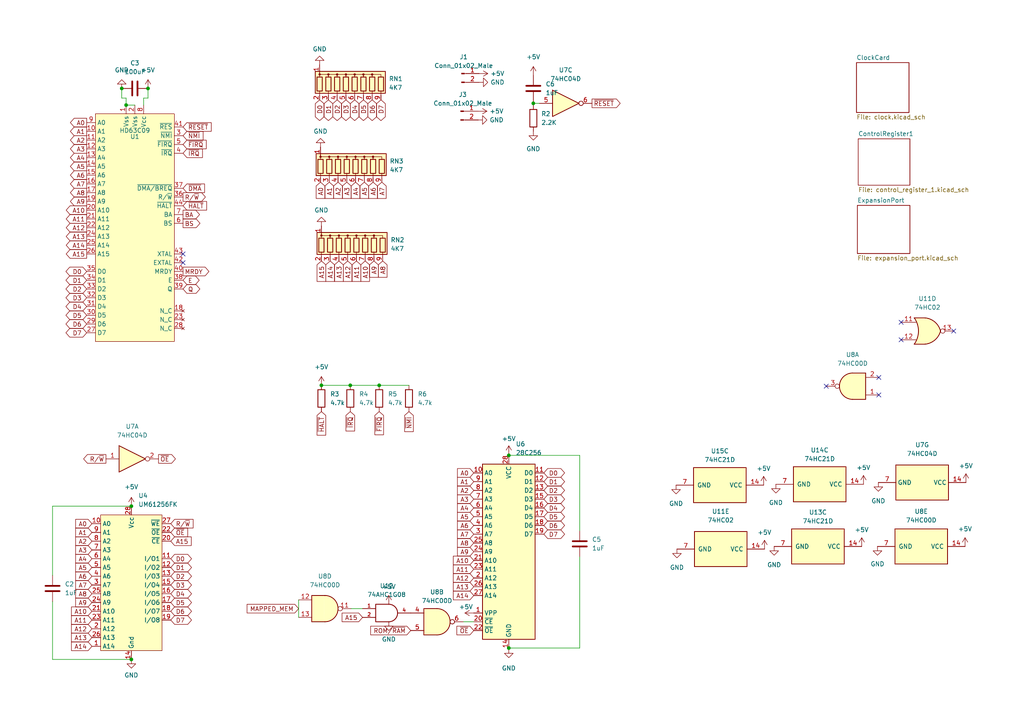
<source format=kicad_sch>
(kicad_sch (version 20211123) (generator eeschema)
  (paper "A4")
  (lib_symbols
    (symbol "6309sbc:HD63C09"
      (property "Reference" "U" (at 0 -6.35 0))
      (property "Value" "HD63C09" (at 0 -3.81 0))
      (symbol "HD63C09_1_1"
        (pin power_in line (at -2.54 30.48 270) (length 2.54) (name "Vss") (number "1"))
        (pin output line (at -13.97 22.86 0) (length 2.54) (name "A1") (number "10"))
        (pin output line (at -13.97 20.32 0) (length 2.54) (name "A2") (number "11"))
        (pin output line (at -13.97 17.78 0) (length 2.54) (name "A3") (number "12"))
        (pin output line (at -13.97 15.24 0) (length 2.54) (name "A4") (number "13"))
        (pin output line (at -13.97 12.7 0) (length 2.54) (name "A5") (number "14"))
        (pin output line (at -13.97 10.16 0) (length 2.54) (name "A6") (number "15"))
        (pin output line (at -13.97 7.62 0) (length 2.54) (name "A7") (number "16"))
        (pin output line (at -13.97 5.08 0) (length 2.54) (name "A8") (number "17"))
        (pin no_connect line (at 13.97 -29.21 180) (length 2.54) (name "N_C") (number "18"))
        (pin output line (at -13.97 2.54 0) (length 2.54) (name "A9") (number "19"))
        (pin power_in line (at 0 30.48 270) (length 2.54) (name "Vss") (number "2"))
        (pin output line (at -13.97 0 0) (length 2.54) (name "A10") (number "20"))
        (pin output line (at -13.97 -2.54 0) (length 2.54) (name "A11") (number "21"))
        (pin output line (at -13.97 -5.08 0) (length 2.54) (name "A12") (number "22"))
        (pin no_connect line (at 13.97 -31.75 180) (length 2.54) (name "N_C") (number "23"))
        (pin output line (at -13.97 -7.62 0) (length 2.54) (name "A13") (number "24"))
        (pin output line (at -13.97 -10.16 0) (length 2.54) (name "A14") (number "25"))
        (pin output line (at -13.97 -12.7 0) (length 2.54) (name "A15") (number "26"))
        (pin bidirectional line (at -13.97 -35.56 0) (length 2.54) (name "D7") (number "27"))
        (pin no_connect line (at 13.97 -34.29 180) (length 2.54) (name "N_C") (number "28"))
        (pin bidirectional line (at -13.97 -33.02 0) (length 2.54) (name "D6") (number "29"))
        (pin input line (at 13.97 21.59 180) (length 2.54) (name "~{NMI}") (number "3"))
        (pin bidirectional line (at -13.97 -30.48 0) (length 2.54) (name "D5") (number "30"))
        (pin bidirectional line (at -13.97 -27.94 0) (length 2.54) (name "D4") (number "31"))
        (pin bidirectional line (at -13.97 -25.4 0) (length 2.54) (name "D3") (number "32"))
        (pin bidirectional line (at -13.97 -22.86 0) (length 2.54) (name "D2") (number "33"))
        (pin bidirectional line (at -13.97 -20.32 0) (length 2.54) (name "D1") (number "34"))
        (pin bidirectional line (at -13.97 -17.78 0) (length 2.54) (name "D0") (number "35"))
        (pin output line (at 13.97 3.81 180) (length 2.54) (name "R/~{W}") (number "36"))
        (pin input line (at 13.97 6.35 180) (length 2.54) (name "~{DMA/BREQ}") (number "37"))
        (pin output line (at 13.97 -20.32 180) (length 2.54) (name "E") (number "38"))
        (pin output line (at 13.97 -22.86 180) (length 2.54) (name "Q") (number "39"))
        (pin input line (at 13.97 16.51 180) (length 2.54) (name "~{IRQ}") (number "4"))
        (pin input line (at 13.97 -17.78 180) (length 2.54) (name "MRDY") (number "40"))
        (pin input line (at 13.97 24.13 180) (length 2.54) (name "~{RES}") (number "41"))
        (pin input line (at 13.97 -15.24 180) (length 2.54) (name "EXTAL") (number "42"))
        (pin input line (at 13.97 -12.7 180) (length 2.54) (name "XTAL") (number "43"))
        (pin input line (at 13.97 1.27 180) (length 2.54) (name "~{HALT}") (number "44"))
        (pin input line (at 13.97 19.05 180) (length 2.54) (name "~{FIRQ}") (number "5"))
        (pin output line (at 13.97 -3.81 180) (length 2.54) (name "BS") (number "6"))
        (pin output line (at 13.97 -1.27 180) (length 2.54) (name "BA") (number "7"))
        (pin power_in line (at 2.54 30.48 270) (length 2.54) (name "Vcc") (number "8"))
        (pin output line (at -13.97 25.4 0) (length 2.54) (name "A0") (number "9"))
      )
    )
    (symbol "74xGxx:74AHC1G08" (pin_names (offset 1.016))
      (property "Reference" "U" (at -2.54 3.81 0))
      (property "Value" "74AHC1G08" (at 0 -3.81 0))
      (symbol "74AHC1G08_1_1"
        (pin input line (at -7.62 1.27 0) (length 3.81) (name "~") (number "1"))
        (pin input line (at -7.62 -1.27 0) (length 3.81) (name "~") (number "2"))
        (pin power_in line (at 0 -2.54 270) (length 0) hide (name "GND") (number "3"))
        (pin output line (at 6.35 0 180) (length 3.81) (name "~") (number "4"))
        (pin power_in line (at 0 2.54 90) (length 0) hide (name "VCC") (number "5"))
      )
    )
    (symbol "74xx:74HC00" (pin_names (offset 1.016))
      (property "Reference" "U" (at 0 1.27 0))
      (property "Value" "74HC00" (at 0 -1.27 0))
      (symbol "74HC00_1_1"
        (pin input line (at -7.62 2.54 0) (length 3.81) (name "~") (number "1"))
        (pin input line (at -7.62 -2.54 0) (length 3.81) (name "~") (number "2"))
        (pin output inverted (at 7.62 0 180) (length 3.81) (name "~") (number "3"))
      )
      (symbol "74HC00_1_2"
        (pin input inverted (at -7.62 2.54 0) (length 4.318) (name "~") (number "1"))
        (pin input inverted (at -7.62 -2.54 0) (length 4.318) (name "~") (number "2"))
        (pin output line (at 7.62 0 180) (length 3.81) (name "~") (number "3"))
      )
      (symbol "74HC00_2_1"
        (pin input line (at -7.62 2.54 0) (length 3.81) (name "~") (number "4"))
        (pin input line (at -7.62 -2.54 0) (length 3.81) (name "~") (number "5"))
        (pin output inverted (at 7.62 0 180) (length 3.81) (name "~") (number "6"))
      )
      (symbol "74HC00_2_2"
        (pin input inverted (at -7.62 2.54 0) (length 4.318) (name "~") (number "4"))
        (pin input inverted (at -7.62 -2.54 0) (length 4.318) (name "~") (number "5"))
        (pin output line (at 7.62 0 180) (length 3.81) (name "~") (number "6"))
      )
      (symbol "74HC00_3_1"
        (pin input line (at -7.62 -2.54 0) (length 3.81) (name "~") (number "10"))
        (pin output inverted (at 7.62 0 180) (length 3.81) (name "~") (number "8"))
        (pin input line (at -7.62 2.54 0) (length 3.81) (name "~") (number "9"))
      )
      (symbol "74HC00_3_2"
        (pin input inverted (at -7.62 -2.54 0) (length 4.318) (name "~") (number "10"))
        (pin output line (at 7.62 0 180) (length 3.81) (name "~") (number "8"))
        (pin input inverted (at -7.62 2.54 0) (length 4.318) (name "~") (number "9"))
      )
      (symbol "74HC00_4_1"
        (pin output inverted (at 7.62 0 180) (length 3.81) (name "~") (number "11"))
        (pin input line (at -7.62 2.54 0) (length 3.81) (name "~") (number "12"))
        (pin input line (at -7.62 -2.54 0) (length 3.81) (name "~") (number "13"))
      )
      (symbol "74HC00_4_2"
        (pin output line (at 7.62 0 180) (length 3.81) (name "~") (number "11"))
        (pin input inverted (at -7.62 2.54 0) (length 4.318) (name "~") (number "12"))
        (pin input inverted (at -7.62 -2.54 0) (length 4.318) (name "~") (number "13"))
      )
      (symbol "74HC00_5_0"
        (pin power_in line (at 0 12.7 270) (length 5.08) (name "VCC") (number "14"))
        (pin power_in line (at 0 -12.7 90) (length 5.08) (name "GND") (number "7"))
      )
    )
    (symbol "74xx:74HC04"
      (property "Reference" "U" (at 0 1.27 0))
      (property "Value" "74HC04" (at 0 -1.27 0))
      (symbol "74HC04_1_0"
        (pin input line (at -7.62 0 0) (length 3.81) (name "~") (number "1"))
        (pin output inverted (at 7.62 0 180) (length 3.81) (name "~") (number "2"))
      )
      (symbol "74HC04_2_0"
        (pin input line (at -7.62 0 0) (length 3.81) (name "~") (number "3"))
        (pin output inverted (at 7.62 0 180) (length 3.81) (name "~") (number "4"))
      )
      (symbol "74HC04_3_0"
        (pin input line (at -7.62 0 0) (length 3.81) (name "~") (number "5"))
        (pin output inverted (at 7.62 0 180) (length 3.81) (name "~") (number "6"))
      )
      (symbol "74HC04_4_0"
        (pin output inverted (at 7.62 0 180) (length 3.81) (name "~") (number "8"))
        (pin input line (at -7.62 0 0) (length 3.81) (name "~") (number "9"))
      )
      (symbol "74HC04_5_0"
        (pin output inverted (at 7.62 0 180) (length 3.81) (name "~") (number "10"))
        (pin input line (at -7.62 0 0) (length 3.81) (name "~") (number "11"))
      )
      (symbol "74HC04_6_0"
        (pin output inverted (at 7.62 0 180) (length 3.81) (name "~") (number "12"))
        (pin input line (at -7.62 0 0) (length 3.81) (name "~") (number "13"))
      )
      (symbol "74HC04_7_0"
        (pin power_in line (at 0 12.7 270) (length 5.08) (name "VCC") (number "14"))
        (pin power_in line (at 0 -12.7 90) (length 5.08) (name "GND") (number "7"))
      )
    )
    (symbol "74xx:74LS02" (pin_names (offset 1.016))
      (property "Reference" "U" (at 0 1.27 0))
      (property "Value" "74LS02" (at 0 -1.27 0))
      (symbol "74LS02_1_1"
        (pin output inverted (at 7.62 0 180) (length 3.81) (name "~") (number "1"))
        (pin input line (at -7.62 2.54 0) (length 4.318) (name "~") (number "2"))
        (pin input line (at -7.62 -2.54 0) (length 4.318) (name "~") (number "3"))
      )
      (symbol "74LS02_1_2"
        (pin output line (at 7.62 0 180) (length 3.81) (name "~") (number "1"))
        (pin input inverted (at -7.62 2.54 0) (length 3.81) (name "~") (number "2"))
        (pin input inverted (at -7.62 -2.54 0) (length 3.81) (name "~") (number "3"))
      )
      (symbol "74LS02_2_1"
        (pin output inverted (at 7.62 0 180) (length 3.81) (name "~") (number "4"))
        (pin input line (at -7.62 2.54 0) (length 4.318) (name "~") (number "5"))
        (pin input line (at -7.62 -2.54 0) (length 4.318) (name "~") (number "6"))
      )
      (symbol "74LS02_2_2"
        (pin output line (at 7.62 0 180) (length 3.81) (name "~") (number "4"))
        (pin input inverted (at -7.62 2.54 0) (length 3.81) (name "~") (number "5"))
        (pin input inverted (at -7.62 -2.54 0) (length 3.81) (name "~") (number "6"))
      )
      (symbol "74LS02_3_1"
        (pin output inverted (at 7.62 0 180) (length 3.81) (name "~") (number "10"))
        (pin input line (at -7.62 2.54 0) (length 4.318) (name "~") (number "8"))
        (pin input line (at -7.62 -2.54 0) (length 4.318) (name "~") (number "9"))
      )
      (symbol "74LS02_3_2"
        (pin output line (at 7.62 0 180) (length 3.81) (name "~") (number "10"))
        (pin input inverted (at -7.62 2.54 0) (length 3.81) (name "~") (number "8"))
        (pin input inverted (at -7.62 -2.54 0) (length 3.81) (name "~") (number "9"))
      )
      (symbol "74LS02_4_1"
        (pin input line (at -7.62 2.54 0) (length 4.318) (name "~") (number "11"))
        (pin input line (at -7.62 -2.54 0) (length 4.318) (name "~") (number "12"))
        (pin output inverted (at 7.62 0 180) (length 3.81) (name "~") (number "13"))
      )
      (symbol "74LS02_4_2"
        (pin input inverted (at -7.62 2.54 0) (length 3.81) (name "~") (number "11"))
        (pin input inverted (at -7.62 -2.54 0) (length 3.81) (name "~") (number "12"))
        (pin output line (at 7.62 0 180) (length 3.81) (name "~") (number "13"))
      )
      (symbol "74LS02_5_0"
        (pin power_in line (at 0 12.7 270) (length 5.08) (name "VCC") (number "14"))
        (pin power_in line (at 0 -12.7 90) (length 5.08) (name "GND") (number "7"))
      )
    )
    (symbol "74xx:74LS21" (pin_names (offset 1.016))
      (property "Reference" "U" (at 0 1.27 0))
      (property "Value" "74LS21" (at 0 -1.27 0))
      (symbol "74LS21_1_1"
        (pin input line (at -7.62 3.81 0) (length 3.81) (name "~") (number "1"))
        (pin input line (at -7.62 1.27 0) (length 3.81) (name "~") (number "2"))
        (pin input line (at -7.62 -1.27 0) (length 3.81) (name "~") (number "4"))
        (pin input line (at -7.62 -3.81 0) (length 3.81) (name "~") (number "5"))
        (pin output line (at 7.62 0 180) (length 3.81) (name "~") (number "6"))
      )
      (symbol "74LS21_1_2"
        (pin input inverted (at -7.62 3.81 0) (length 3.81) (name "~") (number "1"))
        (pin input inverted (at -7.62 1.27 0) (length 4.826) (name "~") (number "2"))
        (pin input inverted (at -7.62 -1.27 0) (length 4.826) (name "~") (number "4"))
        (pin input inverted (at -7.62 -3.81 0) (length 3.81) (name "~") (number "5"))
        (pin output inverted (at 7.62 0 180) (length 3.81) (name "~") (number "6"))
      )
      (symbol "74LS21_2_1"
        (pin input line (at -7.62 1.27 0) (length 3.81) (name "~") (number "10"))
        (pin input line (at -7.62 -1.27 0) (length 3.81) (name "~") (number "12"))
        (pin input line (at -7.62 -3.81 0) (length 3.81) (name "~") (number "13"))
        (pin output line (at 7.62 0 180) (length 3.81) (name "~") (number "8"))
        (pin input line (at -7.62 3.81 0) (length 3.81) (name "~") (number "9"))
      )
      (symbol "74LS21_2_2"
        (pin input inverted (at -7.62 1.27 0) (length 4.826) (name "~") (number "10"))
        (pin input inverted (at -7.62 -1.27 0) (length 4.826) (name "~") (number "12"))
        (pin input inverted (at -7.62 -3.81 0) (length 3.81) (name "~") (number "13"))
        (pin output inverted (at 7.62 0 180) (length 3.81) (name "~") (number "8"))
        (pin input inverted (at -7.62 3.81 0) (length 3.81) (name "~") (number "9"))
      )
      (symbol "74LS21_3_0"
        (pin power_in line (at 0 12.7 270) (length 5.08) (name "VCC") (number "14"))
        (pin power_in line (at 0 -12.7 90) (length 5.08) (name "GND") (number "7"))
      )
    )
    (symbol "Connector:Conn_01x02_Male" (pin_names (offset 1.016) hide)
      (property "Reference" "J" (at 0 2.54 0))
      (property "Value" "Conn_01x02_Male" (at 0 -5.08 0))
      (symbol "Conn_01x02_Male_1_1"
        (pin passive line (at 5.08 0 180) (length 3.81) (name "Pin_1") (number "1"))
        (pin passive line (at 5.08 -2.54 180) (length 3.81) (name "Pin_2") (number "2"))
      )
    )
    (symbol "Device:C" (pin_numbers hide) (pin_names (offset 0.254))
      (property "Reference" "C" (at 0.635 2.54 0))
      (property "Value" "C" (at 0.635 -2.54 0))
      (symbol "C_1_1"
        (pin passive line (at 0 3.81 270) (length 2.794) (name "~") (number "1"))
        (pin passive line (at 0 -3.81 90) (length 2.794) (name "~") (number "2"))
      )
    )
    (symbol "Device:R" (pin_numbers hide) (pin_names (offset 0))
      (property "Reference" "R" (at 2.032 0 90))
      (property "Value" "R" (at 0 0 90))
      (symbol "R_1_1"
        (pin passive line (at 0 3.81 270) (length 1.27) (name "~") (number "1"))
        (pin passive line (at 0 -3.81 90) (length 1.27) (name "~") (number "2"))
      )
    )
    (symbol "Device:R_Network08" (pin_names (offset 0) hide)
      (property "Reference" "RN" (at -12.7 0 90))
      (property "Value" "R_Network08" (at 10.16 0 90))
      (symbol "R_Network08_1_1"
        (pin passive line (at -10.16 5.08 270) (length 2.54) (name "common") (number "1"))
        (pin passive line (at -10.16 -5.08 90) (length 1.27) (name "R1") (number "2"))
        (pin passive line (at -7.62 -5.08 90) (length 1.27) (name "R2") (number "3"))
        (pin passive line (at -5.08 -5.08 90) (length 1.27) (name "R3") (number "4"))
        (pin passive line (at -2.54 -5.08 90) (length 1.27) (name "R4") (number "5"))
        (pin passive line (at 0 -5.08 90) (length 1.27) (name "R5") (number "6"))
        (pin passive line (at 2.54 -5.08 90) (length 1.27) (name "R6") (number "7"))
        (pin passive line (at 5.08 -5.08 90) (length 1.27) (name "R7") (number "8"))
        (pin passive line (at 7.62 -5.08 90) (length 1.27) (name "R8") (number "9"))
      )
    )
    (symbol "Memory_EPROM:27C256"
      (property "Reference" "U" (at -7.62 26.67 0))
      (property "Value" "27C256" (at 2.54 -26.67 0))
      (symbol "27C256_1_1"
        (pin input line (at -10.16 -17.78 0) (length 2.54) (name "VPP") (number "1"))
        (pin input line (at -10.16 22.86 0) (length 2.54) (name "A0") (number "10"))
        (pin tri_state line (at 10.16 22.86 180) (length 2.54) (name "D0") (number "11"))
        (pin tri_state line (at 10.16 20.32 180) (length 2.54) (name "D1") (number "12"))
        (pin tri_state line (at 10.16 17.78 180) (length 2.54) (name "D2") (number "13"))
        (pin power_in line (at 0 -27.94 90) (length 2.54) (name "GND") (number "14"))
        (pin tri_state line (at 10.16 15.24 180) (length 2.54) (name "D3") (number "15"))
        (pin tri_state line (at 10.16 12.7 180) (length 2.54) (name "D4") (number "16"))
        (pin tri_state line (at 10.16 10.16 180) (length 2.54) (name "D5") (number "17"))
        (pin tri_state line (at 10.16 7.62 180) (length 2.54) (name "D6") (number "18"))
        (pin tri_state line (at 10.16 5.08 180) (length 2.54) (name "D7") (number "19"))
        (pin input line (at -10.16 -7.62 0) (length 2.54) (name "A12") (number "2"))
        (pin input line (at -10.16 -20.32 0) (length 2.54) (name "~{CE}") (number "20"))
        (pin input line (at -10.16 -2.54 0) (length 2.54) (name "A10") (number "21"))
        (pin input line (at -10.16 -22.86 0) (length 2.54) (name "~{OE}") (number "22"))
        (pin input line (at -10.16 -5.08 0) (length 2.54) (name "A11") (number "23"))
        (pin input line (at -10.16 0 0) (length 2.54) (name "A9") (number "24"))
        (pin input line (at -10.16 2.54 0) (length 2.54) (name "A8") (number "25"))
        (pin input line (at -10.16 -10.16 0) (length 2.54) (name "A13") (number "26"))
        (pin input line (at -10.16 -12.7 0) (length 2.54) (name "A14") (number "27"))
        (pin power_in line (at 0 27.94 270) (length 2.54) (name "VCC") (number "28"))
        (pin input line (at -10.16 5.08 0) (length 2.54) (name "A7") (number "3"))
        (pin input line (at -10.16 7.62 0) (length 2.54) (name "A6") (number "4"))
        (pin input line (at -10.16 10.16 0) (length 2.54) (name "A5") (number "5"))
        (pin input line (at -10.16 12.7 0) (length 2.54) (name "A4") (number "6"))
        (pin input line (at -10.16 15.24 0) (length 2.54) (name "A3") (number "7"))
        (pin input line (at -10.16 17.78 0) (length 2.54) (name "A2") (number "8"))
        (pin input line (at -10.16 20.32 0) (length 2.54) (name "A1") (number "9"))
      )
    )
    (symbol "UM61256FK_1"
      (property "Reference" "U" (at 0 8.89 0))
      (property "Value" "UM61256FK_1" (at 0 11.43 0))
      (symbol "UM61256FK_1_1_1"
        (pin input line (at -11.43 -16.51 0) (length 2.54) (name "A14") (number "1"))
        (pin input line (at -11.43 19.05 0) (length 2.54) (name "A0") (number "10"))
        (pin bidirectional line (at 11.43 8.89 180) (length 2.54) (name "I/O1") (number "11"))
        (pin bidirectional line (at 11.43 6.35 180) (length 2.54) (name "I/O2") (number "12"))
        (pin bidirectional line (at 11.43 3.81 180) (length 2.54) (name "I/O3") (number "13"))
        (pin power_in line (at 0 -20.32 90) (length 2.54) (name "Gnd") (number "14"))
        (pin bidirectional line (at 11.43 1.27 180) (length 2.54) (name "I/O4") (number "15"))
        (pin bidirectional line (at 11.43 -1.27 180) (length 2.54) (name "I/O5") (number "16"))
        (pin bidirectional line (at 11.43 -3.81 180) (length 2.54) (name "I/O6") (number "17"))
        (pin bidirectional line (at 11.43 -6.35 180) (length 2.54) (name "I/O7") (number "18"))
        (pin bidirectional line (at 11.43 -8.89 180) (length 2.54) (name "I/O8") (number "19"))
        (pin input line (at -11.43 -11.43 0) (length 2.54) (name "A12") (number "2"))
        (pin input line (at 11.43 13.97 180) (length 2.54) (name "~{CE}") (number "20"))
        (pin input line (at -11.43 -6.35 0) (length 2.54) (name "A10") (number "21"))
        (pin input line (at 11.43 16.51 180) (length 2.54) (name "~{OE}") (number "22"))
        (pin input line (at -11.43 -8.89 0) (length 2.54) (name "A11") (number "23"))
        (pin input line (at -11.43 -3.81 0) (length 2.54) (name "A9") (number "24"))
        (pin input line (at -11.43 -1.27 0) (length 2.54) (name "A8") (number "25"))
        (pin input line (at -11.43 -13.97 0) (length 2.54) (name "A13") (number "26"))
        (pin input line (at 11.43 19.05 180) (length 2.54) (name "~{WE}") (number "27"))
        (pin power_in line (at 0 24.13 270) (length 2.54) (name "Vcc") (number "28"))
        (pin input line (at -11.43 1.27 0) (length 2.54) (name "A7") (number "3"))
        (pin input line (at -11.43 3.81 0) (length 2.54) (name "A6") (number "4"))
        (pin input line (at -11.43 6.35 0) (length 2.54) (name "A5") (number "5"))
        (pin input line (at -11.43 8.89 0) (length 2.54) (name "A4") (number "6"))
        (pin input line (at -11.43 11.43 0) (length 2.54) (name "A3") (number "7"))
        (pin input line (at -11.43 13.97 0) (length 2.54) (name "A2") (number "8"))
        (pin input line (at -11.43 16.51 0) (length 2.54) (name "A1") (number "9"))
      )
    )
    (symbol "power:+5V" (power) (pin_names (offset 0))
      (property "Value" "+5V" (at 0 3.556 0))
      (symbol "+5V_1_1"
        (pin power_in line (at 0 0 90) (length 0) hide (name "+5V") (number "1"))
      )
    )
    (symbol "power:GND" (power) (pin_names (offset 0))
      (property "Value" "GND" (at 0 -3.81 0))
      (symbol "GND_1_1"
        (pin power_in line (at 0 0 270) (length 0) hide (name "GND") (number "1"))
      )
    )
  )
  (junction (at 147.574 132.08))
  (junction (at 36.576 30.48))
  (junction (at 38.1 191.262))
  (junction (at 42.926 25.654))
  (junction (at 147.574 187.96))
  (junction (at 35.306 25.654))
  (junction (at 154.686 29.972))
  (junction (at 93.218 111.76))
  (junction (at 38.1 146.812))
  (junction (at 101.6 111.76))
  (junction (at 109.982 111.76))
  (no_connect (at 276.606 96.012))
  (no_connect (at 261.366 93.472))
  (no_connect (at 239.649 112.014))
  (no_connect (at 254.889 114.554))
  (no_connect (at 254.889 109.474))
  (no_connect (at 53.086 73.66))
  (no_connect (at 53.086 76.2))
  (no_connect (at 261.366 98.552))
  (wire (pts (xy 101.854 176.53) (xy 105.156 176.53)))
  (wire (pts (xy 15.24 191.262) (xy 38.1 191.262)))
  (wire (pts (xy 154.686 29.464) (xy 154.686 29.972)))
  (wire (pts (xy 35.306 28.448) (xy 35.306 25.654)))
  (wire (pts (xy 41.656 28.448) (xy 42.926 28.448)))
  (wire (pts (xy 86.614 173.99) (xy 86.614 179.07)))
  (wire (pts (xy 168.148 187.96) (xy 147.574 187.96)))
  (wire (pts (xy 42.926 28.448) (xy 42.926 25.654)))
  (wire (pts (xy 41.656 30.48) (xy 41.656 28.448)))
  (wire (pts (xy 36.576 30.48) (xy 36.576 28.448)))
  (wire (pts (xy 38.1 146.812) (xy 15.24 146.812)))
  (wire (pts (xy 154.686 29.972) (xy 154.686 30.48)))
  (wire (pts (xy 36.576 28.448) (xy 35.306 28.448)))
  (wire (pts (xy 109.982 111.76) (xy 118.618 111.76)))
  (wire (pts (xy 168.148 153.924) (xy 168.148 132.08)))
  (wire (pts (xy 93.218 111.76) (xy 101.6 111.76)))
  (wire (pts (xy 101.6 111.76) (xy 109.982 111.76)))
  (wire (pts (xy 156.464 29.972) (xy 154.686 29.972)))
  (wire (pts (xy 134.366 180.34) (xy 137.414 180.34)))
  (wire (pts (xy 168.148 161.544) (xy 168.148 187.96)))
  (wire (pts (xy 15.24 174.498) (xy 15.24 191.262)))
  (wire (pts (xy 15.24 146.812) (xy 15.24 166.878)))
  (wire (pts (xy 168.148 132.08) (xy 147.574 132.08)))
  (wire (pts (xy 147.574 131.826) (xy 147.574 132.08)))
  (wire (pts (xy 147.574 188.214) (xy 147.574 187.96)))
  (wire (pts (xy 36.576 30.48) (xy 39.116 30.48)))
  (global_label "A3" (shape output) (at 25.146 43.18 180) (property "Intersheet References" "${INTERSHEET_REFS}" (effects hide)))
  (global_label "A1" (shape output) (at 25.146 38.1 180) (property "Intersheet References" "${INTERSHEET_REFS}" (effects hide)))
  (global_label "~{RESET}" (shape output) (at 171.704 29.972 0) (property "Intersheet References" "${INTERSHEET_REFS}" (effects hide)))
  (global_label "~{FIRQ}" (shape input) (at 53.086 41.91 0) (property "Intersheet References" "${INTERSHEET_REFS}" (effects hide)))
  (global_label "D1" (shape bidirectional) (at 157.734 139.7 0) (property "Intersheet References" "${INTERSHEET_REFS}" (effects hide)))
  (global_label "A1" (shape input) (at 137.414 139.7 180) (property "Intersheet References" "${INTERSHEET_REFS}" (effects hide)))
  (global_label "D6" (shape bidirectional) (at 25.146 93.98 180) (property "Intersheet References" "${INTERSHEET_REFS}" (effects hide)))
  (global_label "D0" (shape bidirectional) (at 25.146 78.74 180) (property "Intersheet References" "${INTERSHEET_REFS}" (effects hide)))
  (global_label "D4" (shape bidirectional) (at 102.87 28.956 270) (property "Intersheet References" "${INTERSHEET_REFS}" (effects hide)))
  (global_label "ROM{slash}~{RAM}" (shape input) (at 119.126 182.88 180) (property "Intersheet References" "${INTERSHEET_REFS}" (effects hide)))
  (global_label "~{IRQ}" (shape input) (at 53.086 44.45 0) (property "Intersheet References" "${INTERSHEET_REFS}" (effects hide)))
  (global_label "A2" (shape input) (at 137.414 142.24 180) (property "Intersheet References" "${INTERSHEET_REFS}" (effects hide)))
  (global_label "A9" (shape input) (at 137.414 160.02 180) (property "Intersheet References" "${INTERSHEET_REFS}" (effects hide)))
  (global_label "D1" (shape bidirectional) (at 49.53 164.592 0) (property "Intersheet References" "${INTERSHEET_REFS}" (effects hide)))
  (global_label "BA" (shape output) (at 53.086 62.23 0) (property "Intersheet References" "${INTERSHEET_REFS}" (effects hide)))
  (global_label "A5" (shape output) (at 25.146 48.26 180) (property "Intersheet References" "${INTERSHEET_REFS}" (effects hide)))
  (global_label "A7" (shape input) (at 26.67 169.672 180) (property "Intersheet References" "${INTERSHEET_REFS}" (effects hide)))
  (global_label "A8" (shape input) (at 110.998 75.692 270) (property "Intersheet References" "${INTERSHEET_REFS}" (effects hide)))
  (global_label "D6" (shape bidirectional) (at 107.95 28.956 270) (property "Intersheet References" "${INTERSHEET_REFS}" (effects hide)))
  (global_label "D4" (shape bidirectional) (at 157.734 147.32 0) (property "Intersheet References" "${INTERSHEET_REFS}" (effects hide)))
  (global_label "A0" (shape output) (at 25.146 35.56 180) (property "Intersheet References" "${INTERSHEET_REFS}" (effects hide)))
  (global_label "D0" (shape bidirectional) (at 92.71 28.956 270) (property "Intersheet References" "${INTERSHEET_REFS}" (effects hide)))
  (global_label "R{slash}~{W}" (shape input) (at 49.53 151.892 0) (property "Intersheet References" "${INTERSHEET_REFS}" (effects hide)))
  (global_label "D2" (shape bidirectional) (at 49.53 167.132 0) (property "Intersheet References" "${INTERSHEET_REFS}" (effects hide)))
  (global_label "A11" (shape input) (at 103.378 75.692 270) (property "Intersheet References" "${INTERSHEET_REFS}" (effects hide)))
  (global_label "A13" (shape input) (at 98.298 75.692 270) (property "Intersheet References" "${INTERSHEET_REFS}" (effects hide)))
  (global_label "~{FIRQ}" (shape input) (at 109.982 119.38 270) (property "Intersheet References" "${INTERSHEET_REFS}" (effects hide)))
  (global_label "~{RESET}" (shape input) (at 53.086 36.83 0) (property "Intersheet References" "${INTERSHEET_REFS}" (effects hide)))
  (global_label "A11" (shape output) (at 25.146 63.5 180) (property "Intersheet References" "${INTERSHEET_REFS}" (effects hide)))
  (global_label "A11" (shape input) (at 137.414 165.1 180) (property "Intersheet References" "${INTERSHEET_REFS}" (effects hide)))
  (global_label "D1" (shape bidirectional) (at 95.25 28.956 270) (property "Intersheet References" "${INTERSHEET_REFS}" (effects hide)))
  (global_label "A14" (shape input) (at 26.67 187.452 180) (property "Intersheet References" "${INTERSHEET_REFS}" (effects hide)))
  (global_label "A7" (shape input) (at 137.414 154.94 180) (property "Intersheet References" "${INTERSHEET_REFS}" (effects hide)))
  (global_label "D5" (shape bidirectional) (at 157.734 149.86 0) (property "Intersheet References" "${INTERSHEET_REFS}" (effects hide)))
  (global_label "A9" (shape input) (at 26.67 174.752 180) (property "Intersheet References" "${INTERSHEET_REFS}" (effects hide)))
  (global_label "A8" (shape output) (at 25.146 55.88 180) (property "Intersheet References" "${INTERSHEET_REFS}" (effects hide)))
  (global_label "D3" (shape bidirectional) (at 100.33 28.956 270) (property "Intersheet References" "${INTERSHEET_REFS}" (effects hide)))
  (global_label "A3" (shape input) (at 100.584 52.832 270) (property "Intersheet References" "${INTERSHEET_REFS}" (effects hide)))
  (global_label "A14" (shape output) (at 25.146 71.12 180) (property "Intersheet References" "${INTERSHEET_REFS}" (effects hide)))
  (global_label "MAPPED_MEM" (shape input) (at 86.614 176.53 180) (property "Intersheet References" "${INTERSHEET_REFS}" (effects hide)))
  (global_label "A5" (shape input) (at 105.664 52.832 270) (property "Intersheet References" "${INTERSHEET_REFS}" (effects hide)))
  (global_label "A4" (shape output) (at 25.146 45.72 180) (property "Intersheet References" "${INTERSHEET_REFS}" (effects hide)))
  (global_label "A1" (shape input) (at 26.67 154.432 180) (property "Intersheet References" "${INTERSHEET_REFS}" (effects hide)))
  (global_label "~{DMA}" (shape input) (at 53.086 54.61 0) (property "Intersheet References" "${INTERSHEET_REFS}" (effects hide)))
  (global_label "A11" (shape input) (at 26.67 179.832 180) (property "Intersheet References" "${INTERSHEET_REFS}" (effects hide)))
  (global_label "A12" (shape input) (at 100.838 75.692 270) (property "Intersheet References" "${INTERSHEET_REFS}" (effects hide)))
  (global_label "D0" (shape bidirectional) (at 49.53 162.052 0) (property "Intersheet References" "${INTERSHEET_REFS}" (effects hide)))
  (global_label "BS" (shape output) (at 53.086 64.77 0) (property "Intersheet References" "${INTERSHEET_REFS}" (effects hide)))
  (global_label "A5" (shape input) (at 137.414 149.86 180) (property "Intersheet References" "${INTERSHEET_REFS}" (effects hide)))
  (global_label "D7" (shape bidirectional) (at 49.53 179.832 0) (property "Intersheet References" "${INTERSHEET_REFS}" (effects hide)))
  (global_label "A4" (shape input) (at 137.414 147.32 180) (property "Intersheet References" "${INTERSHEET_REFS}" (effects hide)))
  (global_label "A8" (shape input) (at 137.414 157.48 180) (property "Intersheet References" "${INTERSHEET_REFS}" (effects hide)))
  (global_label "A15" (shape input) (at 93.218 75.692 270) (property "Intersheet References" "${INTERSHEET_REFS}" (effects hide)))
  (global_label "A9" (shape output) (at 25.146 58.42 180) (property "Intersheet References" "${INTERSHEET_REFS}" (effects hide)))
  (global_label "D7" (shape bidirectional) (at 25.146 96.52 180) (property "Intersheet References" "${INTERSHEET_REFS}" (effects hide)))
  (global_label "D5" (shape bidirectional) (at 105.41 28.956 270) (property "Intersheet References" "${INTERSHEET_REFS}" (effects hide)))
  (global_label "A2" (shape input) (at 26.67 156.972 180) (property "Intersheet References" "${INTERSHEET_REFS}" (effects hide)))
  (global_label "~{OE}" (shape output) (at 45.974 133.096 0) (property "Intersheet References" "${INTERSHEET_REFS}" (effects hide)))
  (global_label "A3" (shape input) (at 26.67 159.512 180) (property "Intersheet References" "${INTERSHEET_REFS}" (effects hide)))
  (global_label "A0" (shape input) (at 137.414 137.16 180) (property "Intersheet References" "${INTERSHEET_REFS}" (effects hide)))
  (global_label "A9" (shape input) (at 108.458 75.692 270) (property "Intersheet References" "${INTERSHEET_REFS}" (effects hide)))
  (global_label "A12" (shape input) (at 137.414 167.64 180) (property "Intersheet References" "${INTERSHEET_REFS}" (effects hide)))
  (global_label "A10" (shape input) (at 26.67 177.292 180) (property "Intersheet References" "${INTERSHEET_REFS}" (effects hide)))
  (global_label "D2" (shape bidirectional) (at 157.734 142.24 0) (property "Intersheet References" "${INTERSHEET_REFS}" (effects hide)))
  (global_label "D5" (shape bidirectional) (at 25.146 91.44 180) (property "Intersheet References" "${INTERSHEET_REFS}" (effects hide)))
  (global_label "R{slash}~{W}" (shape output) (at 53.086 57.15 0) (property "Intersheet References" "${INTERSHEET_REFS}" (effects hide)))
  (global_label "A0" (shape input) (at 26.67 151.892 180) (property "Intersheet References" "${INTERSHEET_REFS}" (effects hide)))
  (global_label "~{IRQ}" (shape input) (at 101.6 119.38 270) (property "Intersheet References" "${INTERSHEET_REFS}" (effects hide)))
  (global_label "A5" (shape input) (at 26.67 164.592 180) (property "Intersheet References" "${INTERSHEET_REFS}" (effects hide)))
  (global_label "A13" (shape input) (at 137.414 170.18 180) (property "Intersheet References" "${INTERSHEET_REFS}" (effects hide)))
  (global_label "A7" (shape output) (at 25.146 53.34 180) (property "Intersheet References" "${INTERSHEET_REFS}" (effects hide)))
  (global_label "A15" (shape input) (at 105.156 179.07 180) (property "Intersheet References" "${INTERSHEET_REFS}" (effects hide)))
  (global_label "D6" (shape bidirectional) (at 49.53 177.292 0) (property "Intersheet References" "${INTERSHEET_REFS}" (effects hide)))
  (global_label "~{OE}" (shape input) (at 49.53 154.432 0) (property "Intersheet References" "${INTERSHEET_REFS}" (effects hide)))
  (global_label "D7" (shape bidirectional) (at 110.49 28.956 270) (property "Intersheet References" "${INTERSHEET_REFS}" (effects hide)))
  (global_label "E" (shape bidirectional) (at 53.086 81.28 0) (property "Intersheet References" "${INTERSHEET_REFS}" (effects hide)))
  (global_label "A13" (shape output) (at 25.146 68.58 180) (property "Intersheet References" "${INTERSHEET_REFS}" (effects hide)))
  (global_label "D3" (shape bidirectional) (at 25.146 86.36 180) (property "Intersheet References" "${INTERSHEET_REFS}" (effects hide)))
  (global_label "A0" (shape input) (at 92.964 52.832 270) (property "Intersheet References" "${INTERSHEET_REFS}" (effects hide)))
  (global_label "D6" (shape bidirectional) (at 157.734 152.4 0) (property "Intersheet References" "${INTERSHEET_REFS}" (effects hide)))
  (global_label "R{slash}~{W}" (shape output) (at 30.734 133.096 180) (property "Intersheet References" "${INTERSHEET_REFS}" (effects hide)))
  (global_label "A10" (shape input) (at 137.414 162.56 180) (property "Intersheet References" "${INTERSHEET_REFS}" (effects hide)))
  (global_label "A2" (shape output) (at 25.146 40.64 180) (property "Intersheet References" "${INTERSHEET_REFS}" (effects hide)))
  (global_label "A15" (shape output) (at 25.146 73.66 180) (property "Intersheet References" "${INTERSHEET_REFS}" (effects hide)))
  (global_label "A8" (shape input) (at 26.67 172.212 180) (property "Intersheet References" "${INTERSHEET_REFS}" (effects hide)))
  (global_label "D3" (shape bidirectional) (at 49.53 169.672 0) (property "Intersheet References" "${INTERSHEET_REFS}" (effects hide)))
  (global_label "D4" (shape bidirectional) (at 25.146 88.9 180) (property "Intersheet References" "${INTERSHEET_REFS}" (effects hide)))
  (global_label "D1" (shape bidirectional) (at 25.146 81.28 180) (property "Intersheet References" "${INTERSHEET_REFS}" (effects hide)))
  (global_label "~{OE}" (shape input) (at 137.414 182.88 180) (property "Intersheet References" "${INTERSHEET_REFS}" (effects hide)))
  (global_label "A15" (shape input) (at 49.53 156.972 0) (property "Intersheet References" "${INTERSHEET_REFS}" (effects hide)))
  (global_label "~{NMI}" (shape input) (at 53.086 39.37 0) (property "Intersheet References" "${INTERSHEET_REFS}" (effects hide)))
  (global_label "A10" (shape input) (at 105.918 75.692 270) (property "Intersheet References" "${INTERSHEET_REFS}" (effects hide)))
  (global_label "D0" (shape bidirectional) (at 157.734 137.16 0) (property "Intersheet References" "${INTERSHEET_REFS}" (effects hide)))
  (global_label "A3" (shape input) (at 137.414 144.78 180) (property "Intersheet References" "${INTERSHEET_REFS}" (effects hide)))
  (global_label "A10" (shape output) (at 25.146 60.96 180) (property "Intersheet References" "${INTERSHEET_REFS}" (effects hide)))
  (global_label "A14" (shape input) (at 137.414 172.72 180) (property "Intersheet References" "${INTERSHEET_REFS}" (effects hide)))
  (global_label "A12" (shape input) (at 26.67 182.372 180) (property "Intersheet References" "${INTERSHEET_REFS}" (effects hide)))
  (global_label "Q" (shape bidirectional) (at 53.086 83.82 0) (property "Intersheet References" "${INTERSHEET_REFS}" (effects hide)))
  (global_label "A6" (shape input) (at 108.204 52.832 270) (property "Intersheet References" "${INTERSHEET_REFS}" (effects hide)))
  (global_label "A4" (shape input) (at 103.124 52.832 270) (property "Intersheet References" "${INTERSHEET_REFS}" (effects hide)))
  (global_label "A6" (shape input) (at 26.67 167.132 180) (property "Intersheet References" "${INTERSHEET_REFS}" (effects hide)))
  (global_label "D7" (shape bidirectional) (at 157.734 154.94 0) (property "Intersheet References" "${INTERSHEET_REFS}" (effects hide)))
  (global_label "D2" (shape bidirectional) (at 25.146 83.82 180) (property "Intersheet References" "${INTERSHEET_REFS}" (effects hide)))
  (global_label "A14" (shape input) (at 95.758 75.692 270) (property "Intersheet References" "${INTERSHEET_REFS}" (effects hide)))
  (global_label "D5" (shape bidirectional) (at 49.53 174.752 0) (property "Intersheet References" "${INTERSHEET_REFS}" (effects hide)))
  (global_label "D4" (shape bidirectional) (at 49.53 172.212 0) (property "Intersheet References" "${INTERSHEET_REFS}" (effects hide)))
  (global_label "A1" (shape input) (at 95.504 52.832 270) (property "Intersheet References" "${INTERSHEET_REFS}" (effects hide)))
  (global_label "A7" (shape input) (at 110.744 52.832 270) (property "Intersheet References" "${INTERSHEET_REFS}" (effects hide)))
  (global_label "~{HALT}" (shape input) (at 53.086 59.69 0) (property "Intersheet References" "${INTERSHEET_REFS}" (effects hide)))
  (global_label "D2" (shape bidirectional) (at 97.79 28.956 270) (property "Intersheet References" "${INTERSHEET_REFS}" (effects hide)))
  (global_label "A4" (shape input) (at 26.67 162.052 180) (property "Intersheet References" "${INTERSHEET_REFS}" (effects hide)))
  (global_label "~{HALT}" (shape input) (at 93.218 119.38 270) (property "Intersheet References" "${INTERSHEET_REFS}" (effects hide)))
  (global_label "A12" (shape output) (at 25.146 66.04 180) (property "Intersheet References" "${INTERSHEET_REFS}" (effects hide)))
  (global_label "D3" (shape bidirectional) (at 157.734 144.78 0) (property "Intersheet References" "${INTERSHEET_REFS}" (effects hide)))
  (global_label "A6" (shape input) (at 137.414 152.4 180) (property "Intersheet References" "${INTERSHEET_REFS}" (effects hide)))
  (global_label "A13" (shape input) (at 26.67 184.912 180) (property "Intersheet References" "${INTERSHEET_REFS}" (effects hide)))
  (global_label "A2" (shape input) (at 98.044 52.832 270) (property "Intersheet References" "${INTERSHEET_REFS}" (effects hide)))
  (global_label "MRDY" (shape output) (at 53.086 78.74 0) (property "Intersheet References" "${INTERSHEET_REFS}" (effects hide)))
  (global_label "A6" (shape output) (at 25.146 50.8 180) (property "Intersheet References" "${INTERSHEET_REFS}" (effects hide)))
  (global_label "~{NMI}" (shape input) (at 118.618 119.38 270) (property "Intersheet References" "${INTERSHEET_REFS}" (effects hide)))
  (symbol (lib_id "Device:C") (at 15.24 170.688 0) (unit 1)
    (property "Reference" "C2" (at 18.796 169.4179 0) (effects (justify left)))
    (property "Value" "1uF" (at 18.796 171.9579 0) (effects (justify left)))
    (property "Footprint" "Capacitor_SMD:C_0805_2012Metric" (effects hide))
  )
  (symbol (lib_id "power:GND") (at 92.964 42.672 180) (unit 1)
    (property "Reference" "#PWR016" (effects hide))
    (property "Value" "GND" (at 92.964 38.1 0))
  )
  (symbol (lib_name "UM61256FK_1") (lib_id "6309sbc:UM61256FK") (at 38.1 170.942 0) (unit 1)
    (property "Reference" "U4" (at 40.1194 143.764 0) (effects (justify left)))
    (property "Value" "UM61256FK" (at 40.1194 146.304 0) (effects (justify left)))
    (property "Footprint" "Package_DIP:DIP-28_W7.62mm" (effects hide))
    (property "Note" "low 32k" (effects hide))
  )
  (symbol (lib_id "Device:R") (at 101.6 115.57 0) (unit 1)
    (property "Reference" "R4" (at 104.14 114.2999 0) (effects (justify left)))
    (property "Value" "4.7k" (at 104.14 116.8399 0) (effects (justify left)))
    (property "Footprint" "Resistor_SMD:R_0805_2012Metric_Pad1.20x1.40mm_HandSolder" (effects hide))
    (property "Datasheet" "https://www.koaspeer.com/pdfs/RK73H.pdf" (effects hide))
    (property "DigiKey" "2019-RK73H2ATTD2201FCT-ND" (effects hide))
  )
  (symbol (lib_id "power:+5V") (at 138.938 21.336 270) (unit 1)
    (property "Reference" "#PWR0101" (effects hide))
    (property "Value" "+5V" (at 142.24 21.3359 90) (effects (justify left)))
  )
  (symbol (lib_id "74xx:74LS02") (at 268.986 96.012 0) (unit 4)
    (property "Reference" "U11" (at 268.986 86.614 0))
    (property "Value" "74HC02" (at 268.986 89.154 0))
    (property "Footprint" "Package_SO:SO-14_3.9x8.65mm_P1.27mm" (effects hide))
    (property "Datasheet" "http://www.ti.com/lit/gpn/sn74ls02" (effects hide))
  )
  (symbol (lib_id "74xx:74HC04") (at 164.084 29.972 0) (unit 3)
    (property "Reference" "U7" (at 164.084 20.32 0))
    (property "Value" "74HC04D" (at 164.084 22.86 0))
    (property "Footprint" "Package_SO:SOIC-14_3.9x8.7mm_P1.27mm" (effects hide))
    (property "Datasheet" "https://assets.nexperia.com/documents/data-sheet/74HC_HCT04.pdf" (effects hide))
    (property "DigiKey" "74HC04DCT-ND" (effects hide))
  )
  (symbol (lib_id "74xx:74HC04") (at 267.462 139.954 270) (unit 7)
    (property "Reference" "U7" (at 267.462 129.032 90))
    (property "Value" "74HC04D" (at 267.462 131.572 90))
    (property "Footprint" "Package_SO:SOIC-14_3.9x8.7mm_P1.27mm" (effects hide))
    (property "Datasheet" "https://assets.nexperia.com/documents/data-sheet/74HC_HCT04.pdf" (effects hide))
    (property "DigiKey" "74HC04DCT-ND" (effects hide))
  )
  (symbol (lib_id "power:+5V") (at 249.936 158.496 0) (unit 1)
    (property "Reference" "#PWR0116" (effects hide))
    (property "Value" "+5V" (at 249.936 153.67 0))
  )
  (symbol (lib_id "74xx:74HC04") (at 38.354 133.096 0) (unit 1)
    (property "Reference" "U7" (at 38.354 123.698 0))
    (property "Value" "74HC04D" (at 38.354 126.238 0))
    (property "Footprint" "Package_SO:SOIC-14_3.9x8.7mm_P1.27mm" (effects hide))
    (property "Datasheet" "https://assets.nexperia.com/documents/data-sheet/74HC_HCT04.pdf" (effects hide))
    (property "DigiKey" "74HC04DCT-ND" (effects hide))
  )
  (symbol (lib_id "power:GND") (at 154.686 38.1 0) (unit 1)
    (property "Reference" "#PWR015" (effects hide))
    (property "Value" "GND" (at 154.686 43.18 0))
  )
  (symbol (lib_id "74xx:74LS21") (at 237.236 158.496 270) (unit 3)
    (property "Reference" "U13" (at 237.236 148.59 90))
    (property "Value" "74HC21D" (at 237.236 151.13 90))
    (property "Footprint" "Package_SO:SOIC-14_3.9x8.7mm_P1.27mm" (effects hide))
    (property "Datasheet" "http://www.ti.com/lit/gpn/sn74LS21" (effects hide))
    (property "DigiKey" "296-8265-5-ND" (effects hide))
  )
  (symbol (lib_id "74xx:74HC00") (at 126.746 180.34 0) (unit 2)
    (property "Reference" "U8" (at 126.746 171.704 0))
    (property "Value" "74HC00D" (at 126.746 174.244 0))
    (property "Footprint" "Package_SO:SOIC-14_3.9x8.7mm_P1.27mm" (effects hide))
    (property "Datasheet" "http://www.ti.com/lit/gpn/sn74hc00" (effects hide))
    (property "DigiKey" "74HC00DCT-ND" (effects hide))
  )
  (symbol (lib_id "Device:C") (at 168.148 157.734 0) (unit 1)
    (property "Reference" "C5" (at 171.704 156.4639 0) (effects (justify left)))
    (property "Value" "1uF" (at 171.704 159.0039 0) (effects (justify left)))
    (property "Footprint" "Capacitor_SMD:C_0805_2012Metric" (effects hide))
  )
  (symbol (lib_id "Device:R") (at 93.218 115.57 0) (unit 1)
    (property "Reference" "R3" (at 95.758 114.2999 0) (effects (justify left)))
    (property "Value" "4.7k" (at 95.758 116.8399 0) (effects (justify left)))
    (property "Footprint" "Resistor_SMD:R_0805_2012Metric_Pad1.20x1.40mm_HandSolder" (effects hide))
    (property "Datasheet" "https://www.koaspeer.com/pdfs/RK73H.pdf" (effects hide))
    (property "DigiKey" "2019-RK73H2ATTD2201FCT-ND" (effects hide))
  )
  (symbol (lib_id "power:GND") (at 38.1 191.262 0) (unit 1)
    (property "Reference" "#PWR0104" (effects hide))
    (property "Value" "GND" (at 38.1 195.834 0))
  )
  (symbol (lib_id "power:+5V") (at 250.444 140.462 0) (unit 1)
    (property "Reference" "#PWR031" (effects hide))
    (property "Value" "+5V" (at 250.444 135.636 0))
  )
  (symbol (lib_id "Device:C") (at 39.116 25.654 270) (unit 1)
    (property "Reference" "C3" (at 39.116 18.288 90))
    (property "Value" "100uF" (at 39.116 20.828 90))
    (property "Footprint" "Capacitor_SMD:C_0805_2012Metric" (effects hide))
    (property "Datasheet" "https://search.murata.co.jp/Ceramy/image/img/A01X/G101/ENG/GRM21BR60J107ME15-01A.pdf" (effects hide))
    (property "DigiKey" "490-GRM21BR60J107ME15KCT-ND" (effects hide))
  )
  (symbol (lib_id "power:+5V") (at 280.162 139.954 0) (unit 1)
    (property "Reference" "#PWR0109" (effects hide))
    (property "Value" "+5V" (at 280.162 135.128 0))
  )
  (symbol (lib_id "74xx:74LS21") (at 208.788 140.716 270) (unit 3)
    (property "Reference" "U15" (at 208.788 130.81 90))
    (property "Value" "74HC21D" (at 208.788 133.35 90))
    (property "Footprint" "Package_SO:SOIC-14_3.9x8.7mm_P1.27mm" (effects hide))
    (property "Datasheet" "http://www.ti.com/lit/gpn/sn74LS21" (effects hide))
    (property "DigiKey" "296-8265-5-ND" (effects hide))
  )
  (symbol (lib_id "power:+5V") (at 279.908 158.496 0) (unit 1)
    (property "Reference" "#PWR013" (effects hide))
    (property "Value" "+5V" (at 279.908 153.416 0))
  )
  (symbol (lib_id "Connector:Conn_01x02_Male") (at 133.604 32.258 0) (unit 1)
    (property "Reference" "J3" (at 134.239 27.432 0))
    (property "Value" "Conn_01x02_Male" (at 134.239 29.972 0))
    (property "Footprint" "Connector_PinHeader_2.54mm:PinHeader_1x02_P2.54mm_Vertical" (effects hide))
  )
  (symbol (lib_id "power:+5V") (at 221.488 140.716 0) (unit 1)
    (property "Reference" "#PWR029" (effects hide))
    (property "Value" "+5V" (at 221.488 135.89 0))
  )
  (symbol (lib_id "power:+5V") (at 93.218 111.76 0) (unit 1)
    (property "Reference" "#PWR034" (effects hide))
    (property "Value" "+5V" (at 93.218 106.426 0))
  )
  (symbol (lib_id "power:GND") (at 35.306 25.654 180) (unit 1)
    (property "Reference" "#PWR01" (effects hide))
    (property "Value" "GND" (at 35.306 20.32 0))
  )
  (symbol (lib_id "power:GND") (at 138.938 23.876 90) (unit 1)
    (property "Reference" "#PWR0102" (effects hide))
    (property "Value" "GND" (at 142.24 23.8759 90) (effects (justify right)))
  )
  (symbol (lib_id "74xx:74HC00") (at 247.269 112.014 180) (unit 1)
    (property "Reference" "U8" (at 247.269 102.87 0))
    (property "Value" "74HC00D" (at 247.269 105.41 0))
    (property "Footprint" "Package_SO:SOIC-14_3.9x8.7mm_P1.27mm" (effects hide))
    (property "Datasheet" "http://www.ti.com/lit/gpn/sn74hc00" (effects hide))
    (property "DigiKey" "74HC00DCT-ND" (effects hide))
  )
  (symbol (lib_id "Connector:Conn_01x02_Male") (at 133.858 21.336 0) (unit 1)
    (property "Reference" "J1" (at 134.493 16.51 0))
    (property "Value" "Conn_01x02_Male" (at 134.493 19.05 0))
    (property "Footprint" "Connector_PinHeader_2.54mm:PinHeader_1x02_P2.54mm_Vertical" (effects hide))
  )
  (symbol (lib_id "74xGxx:74AHC1G08") (at 112.776 177.8 0) (unit 1)
    (property "Reference" "U12" (at 112.141 169.926 0))
    (property "Value" "74AHC1G08" (at 112.141 172.466 0))
    (property "Footprint" "Package_SO:TSOP-5_1.65x3.05mm_P0.95mm" (effects hide))
    (property "Datasheet" "http://www.ti.com/lit/sg/scyt129e/scyt129e.pdf" (effects hide))
  )
  (symbol (lib_id "74xx:74HC00") (at 267.208 158.496 270) (unit 5)
    (property "Reference" "U8" (at 267.208 148.336 90))
    (property "Value" "74HC00D" (at 267.208 150.876 90))
    (property "Footprint" "Package_SO:SOIC-14_3.9x8.7mm_P1.27mm" (effects hide))
    (property "Datasheet" "http://www.ti.com/lit/gpn/sn74hc00" (effects hide))
    (property "DigiKey" "74HC00DCT-ND" (effects hide))
  )
  (symbol (lib_id "power:GND") (at 254.508 158.496 0) (unit 1)
    (property "Reference" "#PWR012" (effects hide))
    (property "Value" "GND" (at 254.508 163.576 0))
  )
  (symbol (lib_id "74xx:74LS02") (at 209.042 159.258 270) (unit 5)
    (property "Reference" "U11" (at 209.042 148.336 90))
    (property "Value" "74HC02" (at 209.042 150.876 90))
    (property "Footprint" "Package_SO:SO-14_3.9x8.65mm_P1.27mm" (effects hide))
    (property "Datasheet" "http://www.ti.com/lit/gpn/sn74ls02" (effects hide))
  )
  (symbol (lib_id "power:GND") (at 196.342 159.258 0) (unit 1)
    (property "Reference" "#PWR0115" (effects hide))
    (property "Value" "GND" (at 196.342 164.592 0))
  )
  (symbol (lib_id "Device:R") (at 118.618 115.57 0) (unit 1)
    (property "Reference" "R6" (at 121.158 114.2999 0) (effects (justify left)))
    (property "Value" "4.7k" (at 121.158 116.8399 0) (effects (justify left)))
    (property "Footprint" "Resistor_SMD:R_0805_2012Metric_Pad1.20x1.40mm_HandSolder" (effects hide))
    (property "Datasheet" "https://www.koaspeer.com/pdfs/RK73H.pdf" (effects hide))
    (property "DigiKey" "2019-RK73H2ATTD2201FCT-ND" (effects hide))
  )
  (symbol (lib_id "74xx:74LS21") (at 237.744 140.462 270) (unit 3)
    (property "Reference" "U14" (at 237.744 130.556 90))
    (property "Value" "74HC21D" (at 237.744 133.096 90))
    (property "Footprint" "Package_SO:SOIC-14_3.9x8.7mm_P1.27mm" (effects hide))
    (property "Datasheet" "http://www.ti.com/lit/gpn/sn74LS21" (effects hide))
    (property "DigiKey" "296-8265-5-ND" (effects hide))
  )
  (symbol (lib_id "Device:R_Network08") (at 103.124 47.752 0) (unit 1)
    (property "Reference" "RN3" (at 113.03 46.7359 0) (effects (justify left)))
    (property "Value" "4K7" (at 113.03 49.2759 0) (effects (justify left)))
    (property "Footprint" "Resistor_THT:R_Array_SIP9" (effects hide))
    (property "Datasheet" "http://www.vishay.com/docs/31509/csc.pdf" (effects hide))
  )
  (symbol (lib_id "power:GND") (at 196.088 140.716 0) (unit 1)
    (property "Reference" "#PWR028" (effects hide))
    (property "Value" "GND" (at 196.088 146.05 0))
  )
  (symbol (lib_id "power:GND") (at 93.218 65.532 180) (unit 1)
    (property "Reference" "#PWR011" (effects hide))
    (property "Value" "GND" (at 93.218 60.96 0))
  )
  (symbol (lib_id "74xx:74HC00") (at 94.234 176.53 0) (unit 4)
    (property "Reference" "U8" (at 94.234 167.132 0))
    (property "Value" "74HC00D" (at 94.234 169.672 0))
    (property "Footprint" "Package_SO:SOIC-14_3.9x8.7mm_P1.27mm" (effects hide))
    (property "Datasheet" "http://www.ti.com/lit/gpn/sn74hc00" (effects hide))
    (property "DigiKey" "74HC00DCT-ND" (effects hide))
  )
  (symbol (lib_id "power:+5V") (at 137.414 177.8 90) (unit 1)
    (property "Reference" "#PWR0106" (effects hide))
    (property "Value" "+5V" (at 133.096 176.022 90) (effects (justify right)))
  )
  (symbol (lib_id "power:GND") (at 147.574 188.214 0) (unit 1)
    (property "Reference" "#PWR0105" (effects hide))
    (property "Value" "GND" (at 147.574 193.802 0))
  )
  (symbol (lib_id "power:+5V") (at 138.684 32.258 270) (unit 1)
    (property "Reference" "#PWR017" (effects hide))
    (property "Value" "+5V" (at 141.986 32.2579 90) (effects (justify left)))
  )
  (symbol (lib_id "power:+5V") (at 112.776 175.26 0) (unit 1)
    (property "Reference" "#PWR032" (effects hide))
    (property "Value" "+5V" (at 112.776 170.18 0))
  )
  (symbol (lib_id "power:+5V") (at 154.686 21.844 0) (unit 1)
    (property "Reference" "#PWR014" (effects hide))
    (property "Value" "+5V" (at 154.686 16.51 0))
  )
  (symbol (lib_id "power:GND") (at 112.776 180.34 0) (unit 1)
    (property "Reference" "#PWR033" (effects hide))
    (property "Value" "GND" (at 112.776 185.42 0))
  )
  (symbol (lib_id "power:GND") (at 138.684 34.798 90) (unit 1)
    (property "Reference" "#PWR018" (effects hide))
    (property "Value" "GND" (at 141.986 34.7979 90) (effects (justify right)))
  )
  (symbol (lib_id "power:+5V") (at 221.742 159.258 0) (unit 1)
    (property "Reference" "#PWR0119" (effects hide))
    (property "Value" "+5V" (at 221.742 154.432 0))
  )
  (symbol (lib_id "Device:R_Network08") (at 103.378 70.612 0) (unit 1)
    (property "Reference" "RN2" (at 113.284 69.5959 0) (effects (justify left)))
    (property "Value" "4K7" (at 113.284 72.1359 0) (effects (justify left)))
    (property "Footprint" "Resistor_THT:R_Array_SIP9" (effects hide))
    (property "Datasheet" "http://www.vishay.com/docs/31509/csc.pdf" (effects hide))
  )
  (symbol (lib_id "power:GND") (at 224.536 158.496 0) (unit 1)
    (property "Reference" "#PWR0117" (effects hide))
    (property "Value" "GND" (at 224.536 163.83 0))
  )
  (symbol (lib_id "Device:C") (at 154.686 25.654 0) (unit 1)
    (property "Reference" "C6" (at 158.242 24.3839 0) (effects (justify left)))
    (property "Value" "1uF" (at 158.242 26.9239 0) (effects (justify left)))
    (property "Footprint" "Capacitor_SMD:C_0805_2012Metric" (effects hide))
  )
  (symbol (lib_id "Device:R") (at 154.686 34.29 0) (unit 1)
    (property "Reference" "R2" (at 156.972 33.0199 0) (effects (justify left)))
    (property "Value" "2.2K" (at 156.972 35.5599 0) (effects (justify left)))
    (property "Footprint" "Resistor_SMD:R_0805_2012Metric" (effects hide))
    (property "Datasheet" "https://www.koaspeer.com/pdfs/RK73H.pdf" (effects hide))
    (property "DigiKey" "2019-RK73H2ATTD2201FCT-ND" (effects hide))
  )
  (symbol (lib_id "power:+5V") (at 147.574 131.826 0) (unit 1)
    (property "Reference" "#PWR0108" (effects hide))
    (property "Value" "+5V" (at 147.574 127.254 0))
  )
  (symbol (lib_id "power:+5V") (at 42.926 25.654 0) (unit 1)
    (property "Reference" "#PWR02" (effects hide))
    (property "Value" "+5V" (at 42.926 20.32 0))
  )
  (symbol (lib_id "Device:R_Network08") (at 102.87 23.876 0) (unit 1)
    (property "Reference" "RN1" (at 112.776 22.8599 0) (effects (justify left)))
    (property "Value" "4K7" (at 112.776 25.3999 0) (effects (justify left)))
    (property "Footprint" "Resistor_THT:R_Array_SIP9" (effects hide))
    (property "Datasheet" "http://www.vishay.com/docs/31509/csc.pdf" (effects hide))
  )
  (symbol (lib_id "Device:R") (at 109.982 115.57 0) (unit 1)
    (property "Reference" "R5" (at 112.522 114.2999 0) (effects (justify left)))
    (property "Value" "4.7k" (at 112.522 116.8399 0) (effects (justify left)))
    (property "Footprint" "Resistor_SMD:R_0805_2012Metric_Pad1.20x1.40mm_HandSolder" (effects hide))
    (property "Datasheet" "https://www.koaspeer.com/pdfs/RK73H.pdf" (effects hide))
    (property "DigiKey" "2019-RK73H2ATTD2201FCT-ND" (effects hide))
  )
  (symbol (lib_id "power:GND") (at 225.044 140.462 0) (unit 1)
    (property "Reference" "#PWR030" (effects hide))
    (property "Value" "GND" (at 225.044 145.796 0))
  )
  (symbol (lib_id "power:+5V") (at 38.1 146.812 0) (unit 1)
    (property "Reference" "#PWR0103" (effects hide))
    (property "Value" "+5V" (at 38.1 141.224 0))
  )
  (symbol (lib_id "power:GND") (at 254.762 139.954 0) (unit 1)
    (property "Reference" "#PWR0110" (effects hide))
    (property "Value" "GND" (at 254.762 145.288 0))
  )
  (symbol (lib_id "6309sbc:HD63C09") (at 39.116 60.96 0) (unit 1)
    (property "Reference" "U1" (at 39.116 39.624 0))
    (property "Value" "HD63C09" (at 39.116 37.846 0))
    (property "Footprint" "Package_LCC:PLCC-44_THT-Socket" (effects hide))
  )
  (symbol (lib_id "Memory_EPROM:27C256") (at 147.574 160.02 0) (unit 1)
    (property "Reference" "U6" (at 149.5934 128.778 0) (effects (justify left)))
    (property "Value" "28C256" (at 149.5934 131.318 0) (effects (justify left)))
    (property "Footprint" "Package_LCC:PLCC-28_THT-Socket" (effects hide))
    (property "Datasheet" "http://ww1.microchip.com/downloads/en/DeviceDoc/doc0014.pdf" (effects hide))
    (property "Note" "High 32k ROM" (effects hide))
  )
  (symbol (lib_id "power:GND") (at 92.71 18.796 180) (unit 1)
    (property "Reference" "#PWR010" (effects hide))
    (property "Value" "GND" (at 92.71 14.224 0))
  )
  (sheet (at 248.666 59.563) (size 15.24 13.97) (stroke (width 0.1524))
    (property "Sheet name" "ExpansionPort" (at 248.666 58.8514 0) (effects (justify left bottom)))
    (property "Sheet file" "expansion_port.kicad_sch" (at 248.666 74.1176 0) (effects (justify left top)))
  )
  (sheet (at 248.412 18.161) (size 15.24 14.478) (stroke (width 0.1524))
    (property "Sheet name" "ClockCard" (at 248.412 17.4494 0) (effects (justify left bottom)))
    (property "Sheet file" "clock.kicad_sch" (at 248.412 33.2236 0) (effects (justify left top)))
  )
  (sheet (at 248.92 40.259) (size 14.986 13.462) (stroke (width 0.1524))
    (property "Sheet name" "ControlRegister1" (at 248.92 39.5474 0) (effects (justify left bottom)))
    (property "Sheet file" "control_register_1.kicad_sch" (at 248.92 54.3056 0) (effects (justify left top)))
  )
)
</source>
